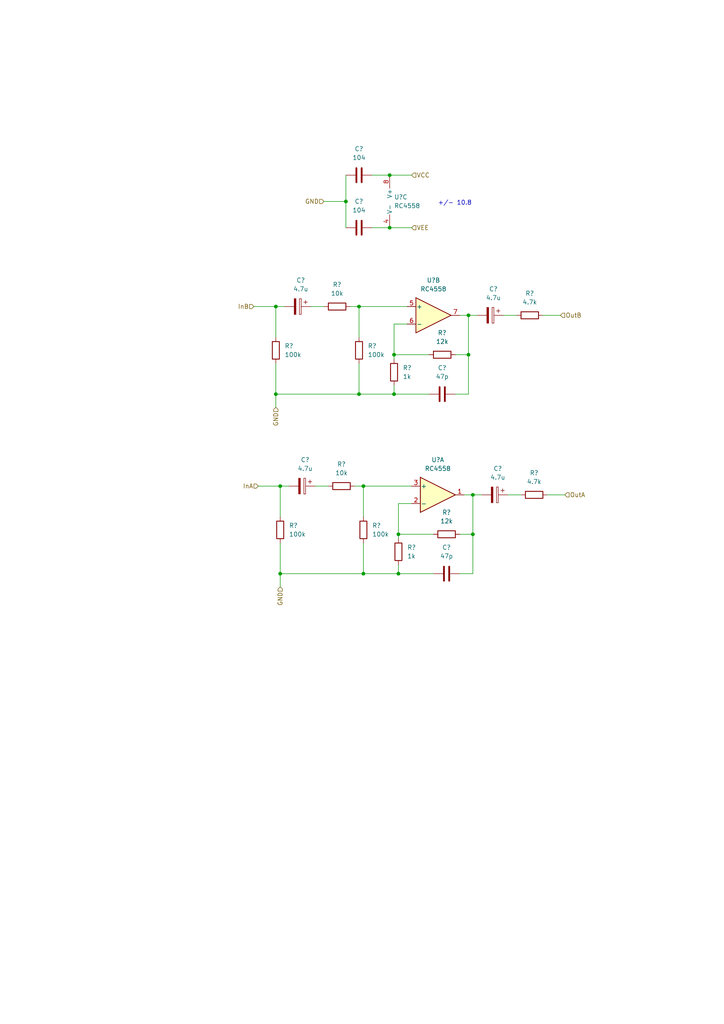
<source format=kicad_sch>
(kicad_sch (version 20211123) (generator eeschema)
  (paper "A4" portrait)
  (title_block (title "OpAmp Module") (rev "1"))
  (lib_symbols
    (symbol "Amplifier_Operational:RC4558" (pin_names (offset 0.127))
      (property "Reference" "U" (at 0 5.08 0))
      (property "Value" "RC4558" (at 0 -5.08 0))
      (symbol "RC4558_1_1"
        (polyline (pts (xy -5.08 5.08) (xy 5.08 0) (xy -5.08 -5.08) (xy -5.08 5.08)) (stroke (width 0.254)) (fill (type background)))
        (pin output line (at 7.62 0 180) (length 2.54) (name "~") (number "1"))
        (pin input line (at -7.62 -2.54 0) (length 2.54) (name "-") (number "2"))
        (pin input line (at -7.62 2.54 0) (length 2.54) (name "+") (number "3"))
      )
      (symbol "RC4558_2_1"
        (polyline (pts (xy -5.08 5.08) (xy 5.08 0) (xy -5.08 -5.08) (xy -5.08 5.08)) (stroke (width 0.254)) (fill (type background)))
        (pin input line (at -7.62 2.54 0) (length 2.54) (name "+") (number "5"))
        (pin input line (at -7.62 -2.54 0) (length 2.54) (name "-") (number "6"))
        (pin output line (at 7.62 0 180) (length 2.54) (name "~") (number "7"))
      )
      (symbol "RC4558_3_1"
        (pin power_in line (at -2.54 -7.62 90) (length 3.81) (name "V-") (number "4"))
        (pin power_in line (at -2.54 7.62 270) (length 3.81) (name "V+") (number "8"))
      )
    )
    (symbol "Device:C" (pin_numbers hide) (pin_names (offset 0.254))
      (property "Reference" "C" (at 0.635 2.54 0))
      (property "Value" "C" (at 0.635 -2.54 0))
      (symbol "C_0_1"
        (polyline (pts (xy -2.032 -0.762) (xy 2.032 -0.762)) (stroke (width 0.508)))
        (polyline (pts (xy -2.032 0.762) (xy 2.032 0.762)) (stroke (width 0.508)))
      )
      (symbol "C_1_1"
        (pin passive line (at 0 3.81 270) (length 2.794) (name "~") (number "1"))
        (pin passive line (at 0 -3.81 90) (length 2.794) (name "~") (number "2"))
      )
    )
    (symbol "Device:C_Polarized" (pin_numbers hide) (pin_names (offset 0.254))
      (property "Reference" "C" (at 0.635 2.54 0))
      (property "Value" "C_Polarized" (at 0.635 -2.54 0))
      (symbol "C_Polarized_0_1"
        (rectangle (start -2.286 0.508) (end 2.286 1.016))
        (polyline (pts (xy -1.778 2.286) (xy -0.762 2.286)))
        (polyline (pts (xy -1.27 2.794) (xy -1.27 1.778)))
        (rectangle (start 2.286 -0.508) (end -2.286 -1.016) (fill (type outline)))
      )
      (symbol "C_Polarized_1_1"
        (pin passive line (at 0 3.81 270) (length 2.794) (name "~") (number "1"))
        (pin passive line (at 0 -3.81 90) (length 2.794) (name "~") (number "2"))
      )
    )
    (symbol "Device:R" (pin_numbers hide) (pin_names (offset 0))
      (property "Reference" "R" (at 2.032 0 90))
      (property "Value" "R" (at 0 0 90))
      (symbol "R_0_1"
        (rectangle (start -1.016 -2.54) (end 1.016 2.54) (stroke (width 0.254)))
      )
      (symbol "R_1_1"
        (pin passive line (at 0 3.81 270) (length 1.27) (name "~") (number "1"))
        (pin passive line (at 0 -3.81 90) (length 1.27) (name "~") (number "2"))
      )
    )
  )
  (junction (at 80.01 114.3))
  (junction (at 135.89 102.87))
  (junction (at 115.57 166.37))
  (junction (at 114.3 102.87))
  (junction (at 135.89 91.44))
  (junction (at 104.14 114.3))
  (junction (at 105.41 140.97))
  (junction (at 104.14 88.9))
  (junction (at 115.57 154.94))
  (junction (at 81.28 166.37))
  (junction (at 113.03 50.8))
  (junction (at 113.03 66.04))
  (junction (at 137.16 143.51))
  (junction (at 137.16 154.94))
  (junction (at 80.01 88.9))
  (junction (at 100.33 58.42))
  (junction (at 81.28 140.97))
  (junction (at 105.41 166.37))
  (junction (at 114.3 114.3))
  (wire (pts (xy 93.98 58.42) (xy 100.33 58.42)))
  (wire (pts (xy 105.41 140.97) (xy 119.38 140.97)))
  (wire (pts (xy 100.33 50.8) (xy 100.33 58.42)))
  (wire (pts (xy 80.01 114.3) (xy 104.14 114.3)))
  (wire (pts (xy 80.01 114.3) (xy 80.01 118.11)))
  (wire (pts (xy 137.16 166.37) (xy 137.16 154.94)))
  (wire (pts (xy 119.38 146.05) (xy 115.57 146.05)))
  (wire (pts (xy 137.16 143.51) (xy 134.62 143.51)))
  (wire (pts (xy 132.08 114.3) (xy 135.89 114.3)))
  (wire (pts (xy 101.6 88.9) (xy 104.14 88.9)))
  (wire (pts (xy 132.08 102.87) (xy 135.89 102.87)))
  (wire (pts (xy 105.41 157.48) (xy 105.41 166.37)))
  (wire (pts (xy 115.57 146.05) (xy 115.57 154.94)))
  (wire (pts (xy 113.03 50.8) (xy 119.38 50.8)))
  (wire (pts (xy 73.66 88.9) (xy 80.01 88.9)))
  (wire (pts (xy 118.11 93.98) (xy 114.3 93.98)))
  (wire (pts (xy 124.46 114.3) (xy 114.3 114.3)))
  (wire (pts (xy 135.89 114.3) (xy 135.89 102.87)))
  (wire (pts (xy 147.32 143.51) (xy 151.13 143.51)))
  (wire (pts (xy 104.14 88.9) (xy 118.11 88.9)))
  (wire (pts (xy 104.14 114.3) (xy 114.3 114.3)))
  (wire (pts (xy 90.17 88.9) (xy 93.98 88.9)))
  (wire (pts (xy 138.43 91.44) (xy 135.89 91.44)))
  (wire (pts (xy 124.46 102.87) (xy 114.3 102.87)))
  (wire (pts (xy 125.73 154.94) (xy 115.57 154.94)))
  (wire (pts (xy 133.35 166.37) (xy 137.16 166.37)))
  (wire (pts (xy 107.95 66.04) (xy 113.03 66.04)))
  (wire (pts (xy 139.7 143.51) (xy 137.16 143.51)))
  (wire (pts (xy 91.44 140.97) (xy 95.25 140.97)))
  (wire (pts (xy 100.33 58.42) (xy 100.33 66.04)))
  (wire (pts (xy 107.95 50.8) (xy 113.03 50.8)))
  (wire (pts (xy 80.01 105.41) (xy 80.01 114.3)))
  (wire (pts (xy 102.87 140.97) (xy 105.41 140.97)))
  (wire (pts (xy 104.14 97.79) (xy 104.14 88.9)))
  (wire (pts (xy 157.48 91.44) (xy 162.56 91.44)))
  (wire (pts (xy 125.73 166.37) (xy 115.57 166.37)))
  (wire (pts (xy 81.28 140.97) (xy 83.82 140.97)))
  (wire (pts (xy 80.01 97.79) (xy 80.01 88.9)))
  (wire (pts (xy 135.89 91.44) (xy 133.35 91.44)))
  (wire (pts (xy 133.35 154.94) (xy 137.16 154.94)))
  (wire (pts (xy 115.57 154.94) (xy 115.57 156.21)))
  (wire (pts (xy 80.01 88.9) (xy 82.55 88.9)))
  (wire (pts (xy 135.89 91.44) (xy 135.89 102.87)))
  (wire (pts (xy 81.28 157.48) (xy 81.28 166.37)))
  (wire (pts (xy 81.28 166.37) (xy 81.28 170.18)))
  (wire (pts (xy 158.75 143.51) (xy 163.83 143.51)))
  (wire (pts (xy 114.3 102.87) (xy 114.3 104.14)))
  (wire (pts (xy 74.93 140.97) (xy 81.28 140.97)))
  (wire (pts (xy 81.28 166.37) (xy 105.41 166.37)))
  (wire (pts (xy 146.05 91.44) (xy 149.86 91.44)))
  (wire (pts (xy 81.28 149.86) (xy 81.28 140.97)))
  (wire (pts (xy 105.41 149.86) (xy 105.41 140.97)))
  (wire (pts (xy 137.16 143.51) (xy 137.16 154.94)))
  (wire (pts (xy 104.14 105.41) (xy 104.14 114.3)))
  (wire (pts (xy 114.3 114.3) (xy 114.3 111.76)))
  (wire (pts (xy 105.41 166.37) (xy 115.57 166.37)))
  (wire (pts (xy 113.03 66.04) (xy 119.38 66.04)))
  (wire (pts (xy 115.57 166.37) (xy 115.57 163.83)))
  (wire (pts (xy 114.3 93.98) (xy 114.3 102.87)))
  (text "+/- 10.8" (at 127 59.69 0) (effects (font (size 1.27 1.27)) (justify left bottom)))
  (hierarchical_label "GND" (shape input) (at 93.98 58.42 180))
  (hierarchical_label "OutA" (shape input) (at 163.83 143.51 0))
  (hierarchical_label "GND" (shape input) (at 81.28 170.18 270))
  (hierarchical_label "VEE" (shape input) (at 119.38 66.04 0))
  (hierarchical_label "VCC" (shape input) (at 119.38 50.8 0))
  (hierarchical_label "InB" (shape input) (at 73.66 88.9 180))
  (hierarchical_label "InA" (shape input) (at 74.93 140.97 180))
  (hierarchical_label "OutB" (shape input) (at 162.56 91.44 0))
  (hierarchical_label "GND" (shape input) (at 80.01 118.11 270))
  (symbol (lib_id "Device:R") (at 114.3 107.95 180) (unit 1)
    (property "Reference" "R?" (at 116.84 106.6799 0) (effects (justify right)))
    (property "Value" "1k" (at 116.84 109.2199 0) (effects (justify right)))
    (property "Spice_Primitive" "R" (effects hide))
    (property "Spice_Model" "1k" (effects hide))
    (property "Spice_Netlist_Enabled" "Y" (effects hide))
  )
  (symbol (lib_id "Device:R") (at 153.67 91.44 90) (unit 1)
    (property "Reference" "R?" (at 153.67 85.09 90))
    (property "Value" "4.7k" (at 153.67 87.63 90))
    (property "Spice_Primitive" "R" (effects hide))
    (property "Spice_Model" "4.7k" (effects hide))
    (property "Spice_Netlist_Enabled" "Y" (effects hide))
  )
  (symbol (lib_id "Device:R") (at 104.14 101.6 180) (unit 1)
    (property "Reference" "R?" (at 106.68 100.3299 0) (effects (justify right)))
    (property "Value" "100k" (at 106.68 102.8699 0) (effects (justify right)))
    (property "Spice_Primitive" "R" (effects hide))
    (property "Spice_Model" "100k" (effects hide))
    (property "Spice_Netlist_Enabled" "Y" (effects hide))
  )
  (symbol (lib_id "Device:R") (at 99.06 140.97 270) (unit 1)
    (property "Reference" "R?" (at 99.06 134.62 90))
    (property "Value" "10k" (at 99.06 137.16 90))
    (property "Spice_Primitive" "R" (effects hide))
    (property "Spice_Model" "10k" (effects hide))
    (property "Spice_Netlist_Enabled" "Y" (effects hide))
  )
  (symbol (lib_id "Device:C") (at 128.27 114.3 90) (unit 1)
    (property "Reference" "C?" (at 128.27 106.68 90))
    (property "Value" "47p" (at 128.27 109.22 90))
    (property "Spice_Primitive" "C" (effects hide))
    (property "Spice_Model" "47p" (effects hide))
    (property "Spice_Netlist_Enabled" "Y" (effects hide))
  )
  (symbol (lib_id "Device:R") (at 97.79 88.9 270) (unit 1)
    (property "Reference" "R?" (at 97.79 82.55 90))
    (property "Value" "10k" (at 97.79 85.09 90))
    (property "Spice_Primitive" "R" (effects hide))
    (property "Spice_Model" "10k" (effects hide))
    (property "Spice_Netlist_Enabled" "Y" (effects hide))
  )
  (symbol (lib_id "Device:C_Polarized") (at 86.36 88.9 270) (unit 1)
    (property "Reference" "C?" (at 87.249 81.28 90))
    (property "Value" "4.7u" (at 87.249 83.82 90))
    (property "Spice_Primitive" "C" (effects hide))
    (property "Spice_Model" "4.7u" (effects hide))
    (property "Spice_Netlist_Enabled" "Y" (effects hide))
  )
  (symbol (lib_id "Device:C") (at 104.14 66.04 90) (unit 1)
    (property "Reference" "C?" (at 104.14 58.42 90))
    (property "Value" "104" (at 104.14 60.96 90))
    (property "Spice_Primitive" "C" (effects hide))
    (property "Spice_Model" "0.1u" (effects hide))
    (property "Spice_Netlist_Enabled" "Y" (effects hide))
  )
  (symbol (lib_id "Amplifier_Operational:RC4558") (at 115.57 58.42 0) (unit 3)
    (property "Reference" "U?" (at 114.3 57.1499 0) (effects (justify left)))
    (property "Value" "RC4558" (at 114.3 59.6899 0) (effects (justify left)))
    (property "Datasheet" "http://www.ti.com/lit/ds/symlink/rc4558.pdf" (effects hide))
  )
  (symbol (lib_id "Device:R") (at 128.27 102.87 90) (unit 1)
    (property "Reference" "R?" (at 128.27 96.52 90))
    (property "Value" "12k" (at 128.27 99.06 90))
    (property "Spice_Primitive" "R" (effects hide))
    (property "Spice_Model" "12k" (effects hide))
    (property "Spice_Netlist_Enabled" "Y" (effects hide))
  )
  (symbol (lib_id "Device:R") (at 115.57 160.02 180) (unit 1)
    (property "Reference" "R?" (at 118.11 158.7499 0) (effects (justify right)))
    (property "Value" "1k" (at 118.11 161.2899 0) (effects (justify right)))
    (property "Spice_Primitive" "R" (effects hide))
    (property "Spice_Model" "1k" (effects hide))
    (property "Spice_Netlist_Enabled" "Y" (effects hide))
  )
  (symbol (lib_id "Device:R") (at 80.01 101.6 180) (unit 1)
    (property "Reference" "R?" (at 82.55 100.3299 0) (effects (justify right)))
    (property "Value" "100k" (at 82.55 102.8699 0) (effects (justify right)))
    (property "Spice_Primitive" "R" (effects hide))
    (property "Spice_Model" "100k" (effects hide))
    (property "Spice_Netlist_Enabled" "Y" (effects hide))
  )
  (symbol (lib_id "Device:C") (at 129.54 166.37 90) (unit 1)
    (property "Reference" "C?" (at 129.54 158.75 90))
    (property "Value" "47p" (at 129.54 161.29 90))
    (property "Spice_Primitive" "C" (effects hide))
    (property "Spice_Model" "47p" (effects hide))
    (property "Spice_Netlist_Enabled" "Y" (effects hide))
  )
  (symbol (lib_id "Device:C_Polarized") (at 143.51 143.51 270) (unit 1)
    (property "Reference" "C?" (at 144.399 135.89 90))
    (property "Value" "4.7u" (at 144.399 138.43 90))
    (property "Spice_Primitive" "C" (effects hide))
    (property "Spice_Model" "4.7u" (effects hide))
    (property "Spice_Netlist_Enabled" "Y" (effects hide))
  )
  (symbol (lib_id "Device:C_Polarized") (at 87.63 140.97 270) (unit 1)
    (property "Reference" "C?" (at 88.519 133.35 90))
    (property "Value" "4.7u" (at 88.519 135.89 90))
    (property "Spice_Primitive" "C" (effects hide))
    (property "Spice_Model" "4.7u" (effects hide))
    (property "Spice_Netlist_Enabled" "Y" (effects hide))
  )
  (symbol (lib_id "Device:R") (at 105.41 153.67 180) (unit 1)
    (property "Reference" "R?" (at 107.95 152.3999 0) (effects (justify right)))
    (property "Value" "100k" (at 107.95 154.9399 0) (effects (justify right)))
    (property "Spice_Primitive" "R" (effects hide))
    (property "Spice_Model" "100k" (effects hide))
    (property "Spice_Netlist_Enabled" "Y" (effects hide))
  )
  (symbol (lib_id "Amplifier_Operational:RC4558") (at 125.73 91.44 0) (unit 2)
    (property "Reference" "U?" (at 125.73 81.28 0))
    (property "Value" "RC4558" (at 125.73 83.82 0))
    (property "Datasheet" "http://www.ti.com/lit/ds/symlink/rc4558.pdf" (effects hide))
  )
  (symbol (lib_id "Device:R") (at 81.28 153.67 180) (unit 1)
    (property "Reference" "R?" (at 83.82 152.3999 0) (effects (justify right)))
    (property "Value" "100k" (at 83.82 154.9399 0) (effects (justify right)))
    (property "Spice_Primitive" "R" (effects hide))
    (property "Spice_Model" "100k" (effects hide))
    (property "Spice_Netlist_Enabled" "Y" (effects hide))
  )
  (symbol (lib_id "Device:C_Polarized") (at 142.24 91.44 270) (unit 1)
    (property "Reference" "C?" (at 143.129 83.82 90))
    (property "Value" "4.7u" (at 143.129 86.36 90))
    (property "Spice_Primitive" "C" (effects hide))
    (property "Spice_Model" "4.7u" (effects hide))
    (property "Spice_Netlist_Enabled" "Y" (effects hide))
  )
  (symbol (lib_id "Amplifier_Operational:RC4558") (at 127 143.51 0) (unit 1)
    (property "Reference" "U?" (at 127 133.35 0))
    (property "Value" "RC4558" (at 127 135.89 0))
    (property "Datasheet" "http://www.ti.com/lit/ds/symlink/rc4558.pdf" (effects hide))
  )
  (symbol (lib_id "Device:R") (at 154.94 143.51 90) (unit 1)
    (property "Reference" "R?" (at 154.94 137.16 90))
    (property "Value" "4.7k" (at 154.94 139.7 90))
    (property "Spice_Primitive" "R" (effects hide))
    (property "Spice_Model" "4.7k" (effects hide))
    (property "Spice_Netlist_Enabled" "Y" (effects hide))
  )
  (symbol (lib_id "Device:R") (at 129.54 154.94 90) (unit 1)
    (property "Reference" "R?" (at 129.54 148.59 90))
    (property "Value" "12k" (at 129.54 151.13 90))
    (property "Spice_Primitive" "R" (effects hide))
    (property "Spice_Model" "12k" (effects hide))
    (property "Spice_Netlist_Enabled" "Y" (effects hide))
  )
  (symbol (lib_id "Device:C") (at 104.14 50.8 90) (unit 1)
    (property "Reference" "C?" (at 104.14 43.18 90))
    (property "Value" "104" (at 104.14 45.72 90))
  )
)
</source>
